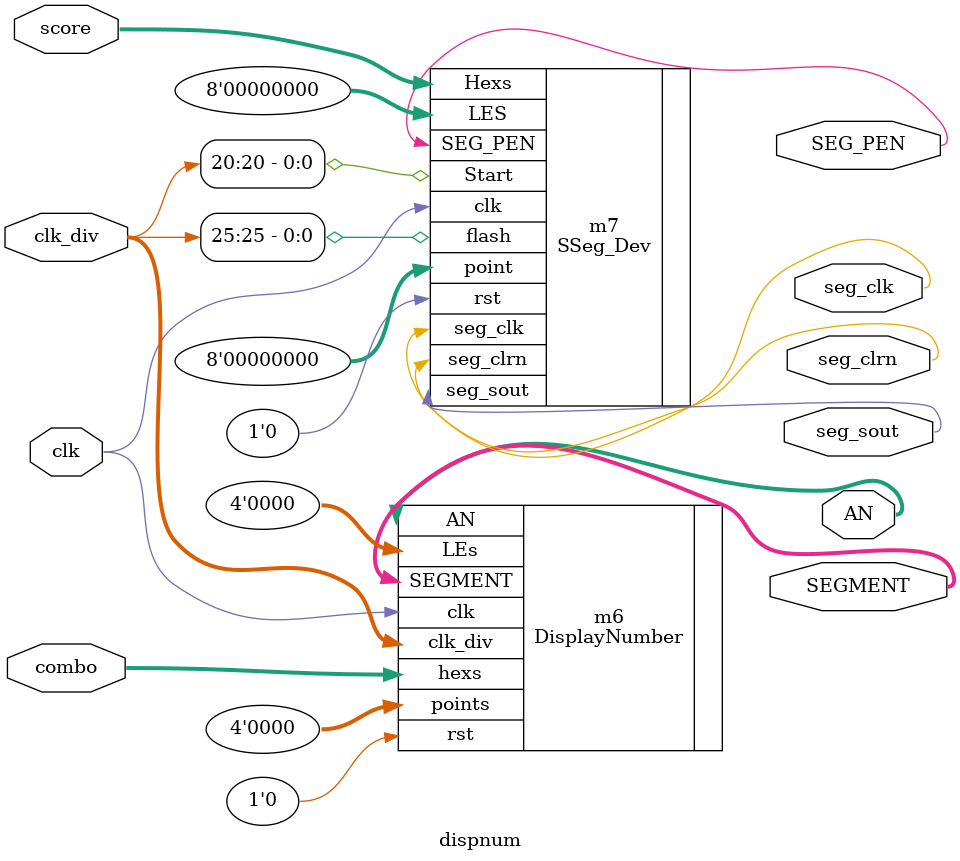
<source format=v>
module dispnum(
    input clk,
    input [31:0]clk_div,
    input [31:0] score,
    input [15:0] combo,
    output seg_clk,
    output seg_clrn,
    output SEG_PEN,
    output seg_sout,
    output wire [3:0] AN,
    output wire [7:0] SEGMENT
);
// Module you design in Lab7
DisplayNumber m6(    .clk(clk), .hexs(combo), .LEs(4'b0000),         
                            .points(4'b0), .rst(1'b0),                             
                            .AN(AN), .SEGMENT(SEGMENT), .clk_div(clk_div));

// Attachment
SSeg_Dev m7(.clk(clk), .flash(clk_div[25]), .Hexs(score), .LES(8'b0000_0000),
                .point(8'b0), .rst(1'b0), .Start(clk_div[20]), .seg_clk(seg_clk),
                .seg_clrn(seg_clrn), .SEG_PEN(SEG_PEN), .seg_sout(seg_sout));

endmodule
</source>
